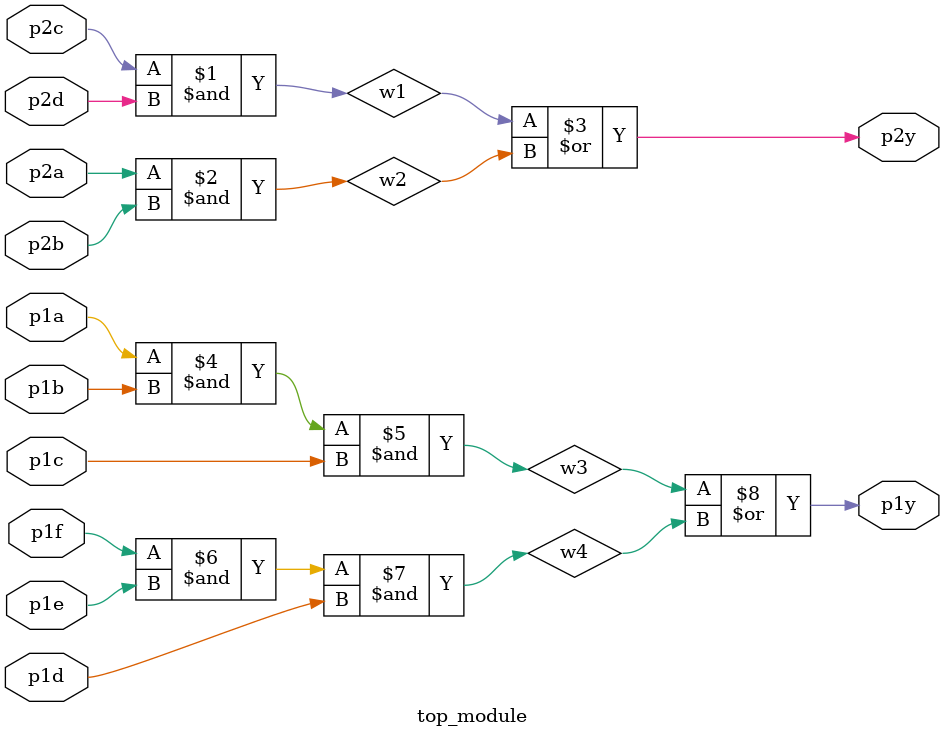
<source format=v>
module top_module ( 
    input p1a, p1b, p1c, p1d, p1e, p1f,
    output p1y,
    input p2a, p2b, p2c, p2d,
    output p2y );
    wire w1, w2, w3,w4;
    
    
    and (w1, p2c,p2d);
    and (w2, p2a, p2b);
    or ( p2y, w1,w2);
    
    and (w3, p1a, p1b, p1c);
    and (w4, p1f, p1e, p1d);
    or (p1y, w3, w4);


endmodule

</source>
